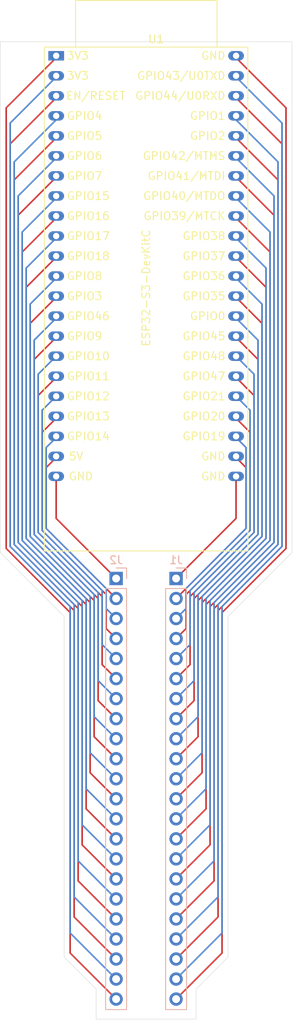
<source format=kicad_pcb>
(kicad_pcb (version 20240108) (generator "pcbnew") (generator_version "8.0")
  (layers (0 "F.Cu" signal) (31 "B.Cu" signal) (34 "B.Paste" user) (35 "F.Paste" user) (36 "B.SilkS" user "B.Silkscreen") (37 "F.SilkS" user "F.Silkscreen") (38 "B.Mask" user) (39 "F.Mask" user) (44 "Edge.Cuts" user))
  (net 0 "")
  (footprint "PCM_Espressif:ESP32-S3-DevKitC" (layer "F.Cu") (at 127.00368 42.92872)
    (property "Reference" "U1" (at 12.7 -2.1 0) (layer "F.SilkS"))
    (property "Value" "ESP32-S3-DevKitC" (at 11.42632 29.46128 90) (layer "F.SilkS"))
    (fp_line (start -1.5 62.79728) (end 24.359999 62.79728) (stroke (width 0.12)) (layer "F.SilkS"))
    (fp_line (start -1.499999 -1.1) (end -1.5 62.79728) (stroke (width 0.12)) (layer "F.SilkS"))
    (fp_line (start 2.46012 -7.01312) (end 20.44332 -7.01312) (stroke (width 0.12)) (layer "F.SilkS"))
    (fp_line (start 2.46012 -1.12032) (end 2.46012 -7.01312) (stroke (width 0.12)) (layer "F.SilkS"))
    (fp_line (start 20.44332 -7.01312) (end 20.44332 -1.12032) (stroke (width 0.12)) (layer "F.SilkS"))
    (fp_line (start 24.359999 62.79728) (end 24.36 -1.1) (stroke (width 0.12)) (layer "F.SilkS"))
    (fp_line (start 24.36 -1.1) (end -1.499999 -1.1) (stroke (width 0.12)) (layer "F.SilkS"))
    (fp_text user "GPIO3" (at 1.27 30.48 0) (layer "F.SilkS") (effects (justify left)))
    (fp_text user "GND" (at 21.59 50.8 0) (layer "F.SilkS") (effects (justify right)))
    (fp_text user "GPIO13" (at 1.27 45.72 0) (layer "F.SilkS") (effects (justify left)))
    (fp_text user "GPIO15" (at 1.27 17.78 0) (layer "F.SilkS") (effects (justify left)))
    (fp_text user "GPIO12" (at 1.27 43.18 0) (layer "F.SilkS") (effects (justify left)))
    (fp_text user "GPIO9" (at 1.27 35.56 0) (layer "F.SilkS") (effects (justify left)))
    (fp_text user "GPIO17" (at 1.27 22.86 0) (layer "F.SilkS") (effects (justify left)))
    (fp_text user "GPIO41/MTDI" (at 21.59 15.24 0) (layer "F.SilkS") (effects (justify right)))
    (fp_text user "GPIO6" (at 1.27 12.7 0) (layer "F.SilkS") (effects (justify left)))
    (fp_text user "GPIO10" (at 1.27 38.1 0) (layer "F.SilkS") (effects (justify left)))
    (fp_text user "GPIO2" (at 21.59 10.16 0) (layer "F.SilkS") (effects (justify right)))
    (fp_text user "3V3" (at 1.27 2.54 0) (layer "F.SilkS") (effects (justify left)))
    (fp_text user "GPIO11" (at 1.27 40.64 0) (layer "F.SilkS") (effects (justify left)))
    (fp_text user "GPIO1" (at 21.59 7.62 0) (layer "F.SilkS") (effects (justify right)))
    (fp_text user "GPIO21" (at 21.59 43.18 0) (layer "F.SilkS") (effects (justify right)))
    (fp_text user "GPIO0" (at 21.59 33.02 0) (layer "F.SilkS") (effects (justify right)))
    (fp_text user "GPIO19" (at 21.59 48.26 0) (layer "F.SilkS") (effects (justify right)))
    (fp_text user "GPIO47" (at 21.59 40.64 0) (layer "F.SilkS") (effects (justify right)))
    (fp_text user "GPIO48" (at 21.59 38.1 0) (layer "F.SilkS") (effects (justify right)))
    (fp_text user "GND" (at 21.59 0 0) (layer "F.SilkS") (effects (justify right)))
    (fp_text user "EN/RESET" (at 8.88632 5.07728 0) (layer "F.SilkS") (effects (justify right)))
    (fp_text user "GPIO39/MTCK" (at 21.59 20.32 0) (layer "F.SilkS") (effects (justify right)))
    (fp_text user "GPIO44/U0RXD" (at 21.59 5.08 0) (layer "F.SilkS") (effects (justify right)))
    (fp_text user "GPIO8" (at 1.27 27.94 0) (layer "F.SilkS") (effects (justify left)))
    (fp_text user "GPIO46" (at 1.27 33.02 0) (layer "F.SilkS") (effects (justify left)))
    (fp_text user "GPIO16" (at 1.27 20.32 0) (layer "F.SilkS") (effects (justify left)))
    (fp_text user "GPIO7" (at 1.27 15.24 0) (layer "F.SilkS") (effects (justify left)))
    (fp_text user "GPIO43/U0TXD" (at 21.59 2.54 0) (layer "F.SilkS") (effects (justify right)))
    (fp_text user "GND" (at 1.52032 53.33728 0) (layer "F.SilkS") (effects (justify left)))
    (fp_text user "GND" (at 21.59 53.34 0) (layer "F.SilkS") (effects (justify right)))
    (fp_text user "GPIO36" (at 21.59 27.94 0) (layer "F.SilkS") (effects (justify right)))
    (fp_text user "GPIO20" (at 21.59 45.72 0) (layer "F.SilkS") (effects (justify right)))
    (fp_text user "GPIO40/MTDO" (at 21.59 17.78 0) (layer "F.SilkS") (effects (justify right)))
    (fp_text user "GPIO45" (at 21.59 35.56 0) (layer "F.SilkS") (effects (justify right)))
    (fp_text user "GPIO4" (at 1.27 7.62 0) (layer "F.SilkS") (effects (justify left)))
    (fp_text user "GPIO42/MTMS" (at 21.59 12.7 0) (layer "F.SilkS") (effects (justify right)))
    (fp_text user "3V3" (at 1.27 0 0) (layer "F.SilkS") (effects (justify left)))
    (fp_text user "GPIO18" (at 1.27 25.4 0) (layer "F.SilkS") (effects (justify left)))
    (fp_text user "GPIO37" (at 21.59 25.4 0) (layer "F.SilkS") (effects (justify right)))
    (fp_text user "GPIO38" (at 21.59 22.86 0) (layer "F.SilkS") (effects (justify right)))
    (fp_text user "5V" (at 1.52032 50.79728 0) (layer "F.SilkS") (effects (justify left)))
    (fp_text user "GPIO14" (at 1.27 48.26 0) (layer "F.SilkS") (effects (justify left)))
    (fp_text user "GPIO35" (at 21.59 30.48 0) (layer "F.SilkS") (effects (justify right)))
    (fp_text user "GPIO5" (at 1.27 10.16 0) (layer "F.SilkS") (effects (justify left)))
    (pad "1" thru_hole rect (at 0 0 270) (size 1.2 2) (drill 0.8) (layers "*.Cu" "*.Mask"))
    (pad "2" thru_hole oval (at 0 2.54 270) (size 1.2 2) (drill 0.8) (layers "*.Cu" "*.Mask"))
    (pad "3" thru_hole oval (at 0 5.08 270) (size 1.2 2) (drill 0.8) (layers "*.Cu" "*.Mask"))
    (pad "4" thru_hole oval (at 0 7.62 270) (size 1.2 2) (drill 0.8) (layers "*.Cu" "*.Mask"))
    (pad "5" thru_hole oval (at 0 10.16 270) (size 1.2 2) (drill 0.8) (layers "*.Cu" "*.Mask"))
    (pad "6" thru_hole oval (at 0 12.7 270) (size 1.2 2) (drill 0.8) (layers "*.Cu" "*.Mask"))
    (pad "7" thru_hole oval (at 0 15.24 270) (size 1.2 2) (drill 0.8) (layers "*.Cu" "*.Mask"))
    (pad "8" thru_hole oval (at 0 17.78 270) (size 1.2 2) (drill 0.8) (layers "*.Cu" "*.Mask"))
    (pad "9" thru_hole oval (at 0 20.32 270) (size 1.2 2) (drill 0.8) (layers "*.Cu" "*.Mask"))
    (pad "10" thru_hole oval (at 0 22.86 270) (size 1.2 2) (drill 0.8) (layers "*.Cu" "*.Mask"))
    (pad "11" thru_hole oval (at 0 25.4 270) (size 1.2 2) (drill 0.8) (layers "*.Cu" "*.Mask"))
    (pad "12" thru_hole oval (at 0 27.94 270) (size 1.2 2) (drill 0.8) (layers "*.Cu" "*.Mask"))
    (pad "13" thru_hole oval (at 0 30.48 270) (size 1.2 2) (drill 0.8) (layers "*.Cu" "*.Mask"))
    (pad "14" thru_hole oval (at 0 33.02 270) (size 1.2 2) (drill 0.8) (layers "*.Cu" "*.Mask"))
    (pad "15" thru_hole oval (at 0 35.56 270) (size 1.2 2) (drill 0.8) (layers "*.Cu" "*.Mask"))
    (pad "16" thru_hole oval (at 0 38.1 270) (size 1.2 2) (drill 0.8) (layers "*.Cu" "*.Mask"))
    (pad "17" thru_hole oval (at 0 40.64 270) (size 1.2 2) (drill 0.8) (layers "*.Cu" "*.Mask"))
    (pad "18" thru_hole oval (at 0 43.18 270) (size 1.2 2) (drill 0.8) (layers "*.Cu" "*.Mask"))
    (pad "19" thru_hole oval (at 0 45.72 270) (size 1.2 2) (drill 0.8) (layers "*.Cu" "*.Mask"))
    (pad "20" thru_hole oval (at -0.00368 48.25728 270) (size 1.2 2) (drill 0.8) (layers "*.Cu" "*.Mask"))
    (pad "21" thru_hole oval (at -0.00368 50.79728 270) (size 1.2 2) (drill 0.8) (layers "*.Cu" "*.Mask"))
    (pad "22" thru_hole oval (at -0.00368 53.33728 270) (size 1.2 2) (drill 0.8) (layers "*.Cu" "*.Mask"))
    (pad "23" thru_hole oval (at 22.86 53.34 270) (size 1.2 2) (drill 0.8) (layers "*.Cu" "*.Mask"))
    (pad "24" thru_hole oval (at 22.86 50.8 270) (size 1.2 2) (drill 0.8) (layers "*.Cu" "*.Mask"))
    (pad "25" thru_hole oval (at 22.86 48.26 270) (size 1.2 2) (drill 0.8) (layers "*.Cu" "*.Mask"))
    (pad "26" thru_hole oval (at 22.86 45.72 270) (size 1.2 2) (drill 0.8) (layers "*.Cu" "*.Mask"))
    (pad "27" thru_hole oval (at 22.86 43.18 270) (size 1.2 2) (drill 0.8) (layers "*.Cu" "*.Mask"))
    (pad "28" thru_hole oval (at 22.86 40.64 270) (size 1.2 2) (drill 0.8) (layers "*.Cu" "*.Mask"))
    (pad "29" thru_hole oval (at 22.86 38.1 270) (size 1.2 2) (drill 0.8) (layers "*.Cu" "*.Mask"))
    (pad "30" thru_hole oval (at 22.86 35.56 270) (size 1.2 2) (drill 0.8) (layers "*.Cu" "*.Mask"))
    (pad "31" thru_hole oval (at 22.86 33.02 270) (size 1.2 2) (drill 0.8) (layers "*.Cu" "*.Mask"))
    (pad "32" thru_hole oval (at 22.86 30.48 270) (size 1.2 2) (drill 0.8) (layers "*.Cu" "*.Mask"))
    (pad "33" thru_hole oval (at 22.86 27.94 270) (size 1.2 2) (drill 0.8) (layers "*.Cu" "*.Mask"))
    (pad "34" thru_hole oval (at 22.86 25.4 270) (size 1.2 2) (drill 0.8) (layers "*.Cu" "*.Mask"))
    (pad "35" thru_hole oval (at 22.86 22.86 270) (size 1.2 2) (drill 0.8) (layers "*.Cu" "*.Mask"))
    (pad "36" thru_hole oval (at 22.86 20.32 270) (size 1.2 2) (drill 0.8) (layers "*.Cu" "*.Mask"))
    (pad "37" thru_hole oval (at 22.86 17.78 270) (size 1.2 2) (drill 0.8) (layers "*.Cu" "*.Mask"))
    (pad "38" thru_hole oval (at 22.86 15.24 270) (size 1.2 2) (drill 0.8) (layers "*.Cu" "*.Mask"))
    (pad "39" thru_hole oval (at 22.86 12.7 270) (size 1.2 2) (drill 0.8) (layers "*.Cu" "*.Mask"))
    (pad "40" thru_hole oval (at 22.86 10.16 270) (size 1.2 2) (drill 0.8) (layers "*.Cu" "*.Mask"))
    (pad "41" thru_hole oval (at 22.86 7.62 270) (size 1.2 2) (drill 0.8) (layers "*.Cu" "*.Mask"))
    (pad "42" thru_hole oval (at 22.86 5.08 270) (size 1.2 2) (drill 0.8) (layers "*.Cu" "*.Mask"))
    (pad "43" thru_hole oval (at 22.86 2.54 270) (size 1.2 2) (drill 0.8) (layers "*.Cu" "*.Mask"))
    (pad "44" thru_hole oval (at 22.86 0 270) (size 1.2 2) (drill 0.8) (layers "*.Cu" "*.Mask"))
  )
  (footprint "Connector_PinHeader_2.54mm:PinHeader_1x22_P2.54mm_Vertical" (layer "B.Cu") (at 142.24 109.22 180)
    (property "Reference" "J1" (at 0 2.33 180) (layer "B.SilkS") (effects (justify mirror)))
    (property "Value" "PinHeader_1x22_P2.54mm_Vertical")
    (fp_line (start 1.33 -1.27) (end -1.33 -1.27) (stroke (width 0.12)) (layer "B.SilkS"))
    (fp_line (start 1.33 -54.67) (end 1.33 -1.27) (stroke (width 0.12)) (layer "B.SilkS"))
    (fp_line (start 1.33 -54.67) (end -1.33 -54.67) (stroke (width 0.12)) (layer "B.SilkS"))
    (fp_line (start 0 1.33) (end -1.33 1.33) (stroke (width 0.12)) (layer "B.SilkS"))
    (fp_line (start -1.33 1.33) (end -1.33 0) (stroke (width 0.12)) (layer "B.SilkS"))
    (fp_line (start -1.33 -54.67) (end -1.33 -1.27) (stroke (width 0.12)) (layer "B.SilkS"))
    (pad "1" thru_hole rect (at 0 0 180) (size 1.7 1.7) (drill 1) (layers "*.Cu" "*.Mask"))
    (pad "2" thru_hole oval (at 0 -2.54 180) (size 1.7 1.7) (drill 1) (layers "*.Cu" "*.Mask"))
    (pad "3" thru_hole oval (at 0 -5.08 180) (size 1.7 1.7) (drill 1) (layers "*.Cu" "*.Mask"))
    (pad "4" thru_hole oval (at 0 -7.62 180) (size 1.7 1.7) (drill 1) (layers "*.Cu" "*.Mask"))
    (pad "5" thru_hole oval (at 0 -10.16 180) (size 1.7 1.7) (drill 1) (layers "*.Cu" "*.Mask"))
    (pad "6" thru_hole oval (at 0 -12.7 180) (size 1.7 1.7) (drill 1) (layers "*.Cu" "*.Mask"))
    (pad "7" thru_hole oval (at 0 -15.24 180) (size 1.7 1.7) (drill 1) (layers "*.Cu" "*.Mask"))
    (pad "8" thru_hole oval (at 0 -17.78 180) (size 1.7 1.7) (drill 1) (layers "*.Cu" "*.Mask"))
    (pad "9" thru_hole oval (at 0 -20.32 180) (size 1.7 1.7) (drill 1) (layers "*.Cu" "*.Mask"))
    (pad "10" thru_hole oval (at 0 -22.86 180) (size 1.7 1.7) (drill 1) (layers "*.Cu" "*.Mask"))
    (pad "11" thru_hole oval (at 0 -25.4 180) (size 1.7 1.7) (drill 1) (layers "*.Cu" "*.Mask"))
    (pad "12" thru_hole oval (at 0 -27.94 180) (size 1.7 1.7) (drill 1) (layers "*.Cu" "*.Mask"))
    (pad "13" thru_hole oval (at 0 -30.48 180) (size 1.7 1.7) (drill 1) (layers "*.Cu" "*.Mask"))
    (pad "14" thru_hole oval (at 0 -33.02 180) (size 1.7 1.7) (drill 1) (layers "*.Cu" "*.Mask"))
    (pad "15" thru_hole oval (at 0 -35.56 180) (size 1.7 1.7) (drill 1) (layers "*.Cu" "*.Mask"))
    (pad "16" thru_hole oval (at 0 -38.1 180) (size 1.7 1.7) (drill 1) (layers "*.Cu" "*.Mask"))
    (pad "17" thru_hole oval (at 0 -40.64 180) (size 1.7 1.7) (drill 1) (layers "*.Cu" "*.Mask"))
    (pad "18" thru_hole oval (at 0 -43.18 180) (size 1.7 1.7) (drill 1) (layers "*.Cu" "*.Mask"))
    (pad "19" thru_hole oval (at 0 -45.72 180) (size 1.7 1.7) (drill 1) (layers "*.Cu" "*.Mask"))
    (pad "20" thru_hole oval (at 0 -48.26 180) (size 1.7 1.7) (drill 1) (layers "*.Cu" "*.Mask"))
    (pad "21" thru_hole oval (at 0 -50.8 180) (size 1.7 1.7) (drill 1) (layers "*.Cu" "*.Mask"))
    (pad "22" thru_hole oval (at 0 -53.34 180) (size 1.7 1.7) (drill 1) (layers "*.Cu" "*.Mask"))
  )
  (footprint "Connector_PinHeader_2.54mm:PinHeader_1x22_P2.54mm_Vertical" (layer "B.Cu") (at 134.62 109.22 180)
    (property "Reference" "J2" (at 0 2.33 180) (layer "B.SilkS") (effects (justify mirror)))
    (property "Value" "PinHeader_1x22_P2.54mm_Vertical")
    (fp_line (start 1.33 -1.27) (end -1.33 -1.27) (stroke (width 0.12)) (layer "B.SilkS"))
    (fp_line (start 1.33 -54.67) (end 1.33 -1.27) (stroke (width 0.12)) (layer "B.SilkS"))
    (fp_line (start 1.33 -54.67) (end -1.33 -54.67) (stroke (width 0.12)) (layer "B.SilkS"))
    (fp_line (start 0 1.33) (end -1.33 1.33) (stroke (width 0.12)) (layer "B.SilkS"))
    (fp_line (start -1.33 1.33) (end -1.33 0) (stroke (width 0.12)) (layer "B.SilkS"))
    (fp_line (start -1.33 -54.67) (end -1.33 -1.27) (stroke (width 0.12)) (layer "B.SilkS"))
    (pad "1" thru_hole rect (at 0 0 180) (size 1.7 1.7) (drill 1) (layers "*.Cu" "*.Mask"))
    (pad "2" thru_hole oval (at 0 -2.54 180) (size 1.7 1.7) (drill 1) (layers "*.Cu" "*.Mask"))
    (pad "3" thru_hole oval (at 0 -5.08 180) (size 1.7 1.7) (drill 1) (layers "*.Cu" "*.Mask"))
    (pad "4" thru_hole oval (at 0 -7.62 180) (size 1.7 1.7) (drill 1) (layers "*.Cu" "*.Mask"))
    (pad "5" thru_hole oval (at 0 -10.16 180) (size 1.7 1.7) (drill 1) (layers "*.Cu" "*.Mask"))
    (pad "6" thru_hole oval (at 0 -12.7 180) (size 1.7 1.7) (drill 1) (layers "*.Cu" "*.Mask"))
    (pad "7" thru_hole oval (at 0 -15.24 180) (size 1.7 1.7) (drill 1) (layers "*.Cu" "*.Mask"))
    (pad "8" thru_hole oval (at 0 -17.78 180) (size 1.7 1.7) (drill 1) (layers "*.Cu" "*.Mask"))
    (pad "9" thru_hole oval (at 0 -20.32 180) (size 1.7 1.7) (drill 1) (layers "*.Cu" "*.Mask"))
    (pad "10" thru_hole oval (at 0 -22.86 180) (size 1.7 1.7) (drill 1) (layers "*.Cu" "*.Mask"))
    (pad "11" thru_hole oval (at 0 -25.4 180) (size 1.7 1.7) (drill 1) (layers "*.Cu" "*.Mask"))
    (pad "12" thru_hole oval (at 0 -27.94 180) (size 1.7 1.7) (drill 1) (layers "*.Cu" "*.Mask"))
    (pad "13" thru_hole oval (at 0 -30.48 180) (size 1.7 1.7) (drill 1) (layers "*.Cu" "*.Mask"))
    (pad "14" thru_hole oval (at 0 -33.02 180) (size 1.7 1.7) (drill 1) (layers "*.Cu" "*.Mask"))
    (pad "15" thru_hole oval (at 0 -35.56 180) (size 1.7 1.7) (drill 1) (layers "*.Cu" "*.Mask"))
    (pad "16" thru_hole oval (at 0 -38.1 180) (size 1.7 1.7) (drill 1) (layers "*.Cu" "*.Mask"))
    (pad "17" thru_hole oval (at 0 -40.64 180) (size 1.7 1.7) (drill 1) (layers "*.Cu" "*.Mask"))
    (pad "18" thru_hole oval (at 0 -43.18 180) (size 1.7 1.7) (drill 1) (layers "*.Cu" "*.Mask"))
    (pad "19" thru_hole oval (at 0 -45.72 180) (size 1.7 1.7) (drill 1) (layers "*.Cu" "*.Mask"))
    (pad "20" thru_hole oval (at 0 -48.26 180) (size 1.7 1.7) (drill 1) (layers "*.Cu" "*.Mask"))
    (pad "21" thru_hole oval (at 0 -50.8 180) (size 1.7 1.7) (drill 1) (layers "*.Cu" "*.Mask"))
    (pad "22" thru_hole oval (at 0 -53.34 180) (size 1.7 1.7) (drill 1) (layers "*.Cu" "*.Mask"))
  )
  (gr_line (start 128.016 157.226) (end 132.08 161.29) (stroke (width 0.05)) (layer "Edge.Cuts"))
  (gr_line (start 119.888 105.918) (end 128.016 114.046) (stroke (width 0.05)) (layer "Edge.Cuts"))
  (gr_line (start 144.78 161.29) (end 148.844 157.226) (stroke (width 0.05)) (layer "Edge.Cuts"))
  (gr_line (start 132.08 165.1) (end 144.78 165.1) (stroke (width 0.05)) (layer "Edge.Cuts"))
  (gr_line (start 156.972 41.148) (end 119.888 41.148) (stroke (width 0.05)) (layer "Edge.Cuts"))
  (gr_line (start 128.016 114.046) (end 128.016 157.226) (stroke (width 0.05)) (layer "Edge.Cuts"))
  (gr_line (start 144.78 165.1) (end 144.78 161.29) (stroke (width 0.05)) (layer "Edge.Cuts"))
  (gr_line (start 132.08 161.29) (end 132.08 165.1) (stroke (width 0.05)) (layer "Edge.Cuts"))
  (gr_line (start 156.972 105.918) (end 156.972 41.148) (stroke (width 0.05)) (layer "Edge.Cuts"))
  (gr_line (start 148.844 114.046) (end 156.972 105.918) (stroke (width 0.05)) (layer "Edge.Cuts"))
  (gr_line (start 119.888 41.148) (end 119.888 105.918) (stroke (width 0.05)) (layer "Edge.Cuts"))
  (gr_line (start 148.844 157.226) (end 148.844 114.046) (stroke (width 0.05)) (layer "Edge.Cuts"))
  (segment (start 144.526 124.714) (end 142.24 127) (width 0.2) (layer "F.Cu") (net 0))
  (segment (start 128.778 113.538) (end 128.778 156.718) (width 0.2) (layer "F.Cu") (net 0))
  (segment (start 153.162 103.886) (end 153.162 76.86616) (width 0.2) (layer "F.Cu") (net 0))
  (segment (start 149.86 93.88416) (end 151.13 95.15416) (width 0.2) (layer "F.Cu") (net 0))
  (segment (start 125.73 95.15416) (end 125.73 102.87) (width 0.2) (layer "F.Cu") (net 0))
  (segment (start 145.542 133.858) (end 145.542 112.268) (width 0.2) (layer "F.Cu") (net 0))
  (segment (start 146.05 112.522) (end 146.05 138.43) (width 0.2) (layer "F.Cu") (net 0))
  (segment (start 144.526 111.76) (end 144.526 124.714) (width 0.2) (layer "F.Cu") (net 0))
  (segment (start 121.158 105.156) (end 129.286 113.284) (width 0.2) (layer "F.Cu") (net 0))
  (segment (start 149.86368 48.16688) (end 149.86368 48.26368) (width 0.2) (layer "F.Cu") (net 0))
  (segment (start 123.698 76.86616) (end 127 73.56416) (width 0.2) (layer "F.Cu") (net 0))
  (segment (start 129.794 147.574) (end 134.62 152.4) (width 0.2) (layer "F.Cu") (net 0))
  (segment (start 127 93.88416) (end 125.73 95.15416) (width 0.2) (layer "F.Cu") (net 0))
  (segment (start 149.86 101.6) (end 142.24 109.22) (width 0.2) (layer "F.Cu") (net 0))
  (segment (start 149.86368 48.26368) (end 155.702 54.102) (width 0.2) (layer "F.Cu") (net 0))
  (segment (start 153.67 104.14) (end 153.67 72.29416) (width 0.2) (layer "F.Cu") (net 0))
  (segment (start 130.302 143.002) (end 134.62 147.32) (width 0.2) (layer "F.Cu") (net 0))
  (segment (start 149.86 78.64416) (end 152.654 81.43816) (width 0.2) (layer "F.Cu") (net 0))
  (segment (start 144.018 111.506) (end 144.018 120.142) (width 0.2) (layer "F.Cu") (net 0))
  (segment (start 133.35 111.252) (end 133.35 115.57) (width 0.2) (layer "F.Cu") (net 0))
  (segment (start 156.21 105.41) (end 148.082 113.538) (width 0.2) (layer "F.Cu") (net 0))
  (segment (start 122.174 104.648) (end 130.302 112.776) (width 0.2) (layer "F.Cu") (net 0))
  (segment (start 146.558 112.776) (end 146.558 143.002) (width 0.2) (layer "F.Cu") (net 0))
  (segment (start 127 78.64416) (end 124.206 81.43816) (width 0.2) (layer "F.Cu") (net 0))
  (segment (start 152.654 103.632) (end 144.526 111.76) (width 0.2) (layer "F.Cu") (net 0))
  (segment (start 127 88.80416) (end 127 88.9) (width 0.2) (layer "F.Cu") (net 0))
  (segment (start 121.666 104.902) (end 129.794 113.03) (width 0.2) (layer "F.Cu") (net 0))
  (segment (start 149.86368 43.18368) (end 156.21 49.53) (width 0.2) (layer "F.Cu") (net 0))
  (segment (start 151.638 103.124) (end 143.51 111.252) (width 0.2) (layer "F.Cu") (net 0))
  (segment (start 155.194 104.902) (end 147.066 113.03) (width 0.2) (layer "F.Cu") (net 0))
  (segment (start 131.826 129.286) (end 131.826 112.014) (width 0.2) (layer "F.Cu") (net 0))
  (segment (start 147.574 113.284) (end 147.574 152.146) (width 0.2) (layer "F.Cu") (net 0))
  (segment (start 120.65 105.41) (end 128.778 113.538) (width 0.2) (layer "F.Cu") (net 0))
  (segment (start 148.082 156.718) (end 142.24 162.56) (width 0.2) (layer "F.Cu") (net 0))
  (segment (start 125.222 103.124) (end 133.35 111.252) (width 0.2) (layer "F.Cu") (net 0))
  (segment (start 154.178 104.394) (end 146.05 112.522) (width 0.2) (layer "F.Cu") (net 0))
  (segment (start 148.082 113.538) (end 148.082 156.718) (width 0.2) (layer "F.Cu") (net 0))
  (segment (start 134.62 137.16) (end 131.318 133.858) (width 0.2) (layer "F.Cu") (net 0))
  (segment (start 152.146 103.378) (end 144.018 111.506) (width 0.2) (layer "F.Cu") (net 0))
  (segment (start 154.178 67.818) (end 154.178 104.394) (width 0.2) (layer "F.Cu") (net 0))
  (segment (start 124.714 103.378) (end 132.842 111.506) (width 0.2) (layer "F.Cu") (net 0))
  (segment (start 127 88.9) (end 125.222 90.678) (width 0.2) (layer "F.Cu") (net 0))
  (segment (start 124.714 86.01016) (end 124.714 103.378) (width 0.2) (layer "F.Cu") (net 0))
  (segment (start 127 101.6) (end 134.62 109.22) (width 0.2) (layer "F.Cu") (net 0))
  (segment (start 149.86 58.32416) (end 154.686 63.15016) (width 0.2) (layer "F.Cu") (net 0))
  (segment (start 156.21 49.53) (end 156.21 105.41) (width 0.2) (layer "F.Cu") (net 0))
  (segment (start 127 53.24416) (end 127 53.34) (width 0.2) (layer "F.Cu") (net 0))
  (segment (start 129.794 113.03) (end 129.794 147.574) (width 0.2) (layer "F.Cu") (net 0))
  (segment (start 145.034 129.286) (end 145.034 112.014) (width 0.2) (layer "F.Cu") (net 0))
  (segment (start 151.13 102.87) (end 142.24 111.76) (width 0.2) (layer "F.Cu") (net 0))
  (segment (start 153.67 72.29416) (end 149.86 68.48416) (width 0.2) (layer "F.Cu") (net 0))
  (segment (start 121.666 58.674) (end 121.666 104.902) (width 0.2) (layer "F.Cu") (net 0))
  (segment (start 129.286 113.284) (end 129.286 152.146) (width 0.2) (layer "F.Cu") (net 0))
  (segment (start 149.86 88.9) (end 151.638 90.678) (width 0.2) (layer "F.Cu") (net 0))
  (segment (start 155.702 105.156) (end 147.574 113.284) (width 0.2) (layer "F.Cu") (net 0))
  (segment (start 126.99632 48.26368) (end 121.158 54.102) (width 0.2) (layer "F.Cu") (net 0))
  (segment (start 126.99632 43.08688) (end 126.99632 43.18368) (width 0.2) (layer "F.Cu") (net 0))
  (segment (start 125.73 102.87) (end 134.62 111.76) (width 0.2) (layer "F.Cu") (net 0))
  (segment (start 142.24 137.16) (end 145.542 133.858) (width 0.2) (layer "F.Cu") (net 0))
  (segment (start 146.05 138.43) (end 142.24 142.24) (width 0.2) (layer "F.Cu") (net 0))
  (segment (start 120.65 49.53) (end 120.65 105.41) (width 0.2) (layer "F.Cu") (net 0))
  (segment (start 132.334 111.76) (end 132.334 124.714) (width 0.2) (layer "F.Cu") (net 0))
  (segment (start 131.318 112.268) (end 123.19 104.14) (width 0.2) (layer "F.Cu") (net 0))
  (segment (start 147.574 152.146) (end 142.24 157.48) (width 0.2) (layer "F.Cu") (net 0))
  (segment (start 128.778 156.718) (end 134.62 162.56) (width 0.2) (layer "F.Cu") (net 0))
  (segment (start 127 96.42416) (end 127 101.6) (width 0.2) (layer "F.Cu") (net 0))
  (segment (start 123.698 103.886) (end 123.698 76.86616) (width 0.2) (layer "F.Cu") (net 0))
  (segment (start 144.018 120.142) (end 142.24 121.92) (width 0.2) (layer "F.Cu") (net 0))
  (segment (start 126.99632 48.16688) (end 126.99632 48.26368) (width 0.2) (layer "F.Cu") (net 0))
  (segment (start 127 58.32416) (end 122.174 63.15016) (width 0.2) (layer "F.Cu") (net 0))
  (segment (start 155.702 54.102) (end 155.702 105.156) (width 0.2) (layer "F.Cu") (net 0))
  (segment (start 130.81 112.522) (end 130.81 138.43) (width 0.2) (layer "F.Cu") (net 0))
  (segment (start 127 63.40416) (end 127 63.5) (width 0.2) (layer "F.Cu") (net 0))
  (segment (start 149.86 88.80416) (end 149.86 88.9) (width 0.2) (layer "F.Cu") (net 0))
  (segment (start 152.146 86.01016) (end 152.146 103.378) (width 0.2) (layer "F.Cu") (net 0))
  (segment (start 130.302 112.776) (end 130.302 143.002) (width 0.2) (layer "F.Cu") (net 0))
  (segment (start 129.286 152.146) (end 134.62 157.48) (width 0.2) (layer "F.Cu") (net 0))
  (segment (start 154.686 63.15016) (end 154.686 104.648) (width 0.2) (layer "F.Cu") (net 0))
  (segment (start 154.686 104.648) (end 146.558 112.776) (width 0.2) (layer "F.Cu") (net 0))
  (segment (start 143.51 111.252) (end 143.51 115.57) (width 0.2) (layer "F.Cu") (net 0))
  (segment (start 147.066 147.574) (end 142.24 152.4) (width 0.2) (layer "F.Cu") (net 0))
  (segment (start 125.222 90.678) (end 125.222 103.124) (width 0.2) (layer "F.Cu") (net 0))
  (segment (start 149.86368 43.08688) (end 149.86368 43.18368) (width 0.2) (layer "F.Cu") (net 0))
  (segment (start 124.206 81.43816) (end 124.206 103.632) (width 0.2) (layer "F.Cu") (net 0))
  (segment (start 149.86 63.40416) (end 149.86 63.5) (width 0.2) (layer "F.Cu") (net 0))
  (segment (start 145.034 112.014) (end 153.162 103.886) (width 0.2) (layer "F.Cu") (net 0))
  (segment (start 149.86 96.42416) (end 149.86 101.6) (width 0.2) (layer "F.Cu") (net 0))
  (segment (start 155.194 58.674) (end 155.194 104.902) (width 0.2) (layer "F.Cu") (net 0))
  (segment (start 121.158 54.102) (end 121.158 105.156) (width 0.2) (layer "F.Cu") (net 0))
  (segment (start 124.206 103.632) (end 132.334 111.76) (width 0.2) (layer "F.Cu") (net 0))
  (segment (start 132.334 124.714) (end 134.62 127) (width 0.2) (layer "F.Cu") (net 0))
  (segment (start 131.318 133.858) (end 131.318 112.268) (width 0.2) (layer "F.Cu") (net 0))
  (segment (start 151.13 95.15416) (end 151.13 102.87) (width 0.2) (layer "F.Cu") (net 0))
  (segment (start 149.86 53.34) (end 155.194 58.674) (width 0.2) (layer "F.Cu") (net 0))
  (segment (start 132.842 120.142) (end 134.62 121.92) (width 0.2) (layer "F.Cu") (net 0))
  (segment (start 133.35 115.57) (end 134.62 116.84) (width 0.2) (layer "F.Cu") (net 0))
  (segment (start 122.682 104.394) (end 130.81 112.522) (width 0.2) (layer "F.Cu") (net 0))
  (segment (start 146.558 143.002) (end 142.24 147.32) (width 0.2) (layer "F.Cu") (net 0))
  (segment (start 130.81 138.43) (end 134.62 142.24) (width 0.2) (layer "F.Cu") (net 0))
  (segment (start 147.066 113.03) (end 147.066 147.574) (width 0.2) (layer "F.Cu") (net 0))
  (segment (start 122.682 67.818) (end 122.682 104.394) (width 0.2) (layer "F.Cu") (net 0))
  (segment (start 151.638 90.678) (end 151.638 103.124) (width 0.2) (layer "F.Cu") (net 0))
  (segment (start 149.86 53.24416) (end 149.86 53.34) (width 0.2) (layer "F.Cu") (net 0))
  (segment (start 123.19 104.14) (end 123.19 72.29416) (width 0.2) (layer "F.Cu") (net 0))
  (segment (start 134.62 132.08) (end 131.826 129.286) (width 0.2) (layer "F.Cu") (net 0))
  (segment (start 131.826 112.014) (end 123.698 103.886) (width 0.2) (layer "F.Cu") (net 0))
  (segment (start 123.19 72.29416) (end 127 68.48416) (width 0.2) (layer "F.Cu") (net 0))
  (segment (start 153.162 76.86616) (end 149.86 73.56416) (width 0.2) (layer "F.Cu") (net 0))
  (segment (start 143.51 115.57) (end 142.24 116.84) (width 0.2) (layer "F.Cu") (net 0))
  (segment (start 127 83.72416) (end 124.714 86.01016) (width 0.2) (layer "F.Cu") (net 0))
  (segment (start 149.86 83.72416) (end 152.146 86.01016) (width 0.2) (layer "F.Cu") (net 0))
  (segment (start 126.99632 43.18368) (end 120.65 49.53) (width 0.2) (layer "F.Cu") (net 0))
  (segment (start 142.24 132.08) (end 145.034 129.286) (width 0.2) (layer "F.Cu") (net 0))
  (segment (start 145.542 112.268) (end 153.67 104.14) (width 0.2) (layer "F.Cu") (net 0))
  (segment (start 127 53.34) (end 121.666 58.674) (width 0.2) (layer "F.Cu") (net 0))
  (segment (start 132.842 111.506) (end 132.842 120.142) (width 0.2) (layer "F.Cu") (net 0))
  (segment (start 122.174 63.15016) (end 122.174 104.648) (width 0.2) (layer "F.Cu") (net 0))
  (segment (start 149.86 63.5) (end 154.178 67.818) (width 0.2) (layer "F.Cu") (net 0))
  (segment (start 127 63.5) (end 122.682 67.818) (width 0.2) (layer "F.Cu") (net 0))
  (segment (start 152.654 81.43816) (end 152.654 103.632) (width 0.2) (layer "F.Cu") (net 0))
  (segment (start 142.24 124.46) (end 144.526 122.174) (width 0.2) (layer "B.Cu") (net 0))
  (segment (start 134.62 144.78) (end 130.302 140.462) (width 0.2) (layer "B.Cu") (net 0))
  (segment (start 131.318 111.506) (end 131.318 131.318) (width 0.2) (layer "B.Cu") (net 0))
  (segment (start 134.62 129.54) (end 131.826 126.746) (width 0.2) (layer "B.Cu") (net 0))
  (segment (start 153.162 74.422) (end 153.162 103.886) (width 0.2) (layer "B.Cu") (net 0))
  (segment (start 155.194 56.388) (end 149.86 51.054) (width 0.2) (layer "B.Cu") (net 0))
  (segment (start 142.24 144.78) (end 146.558 140.462) (width 0.2) (layer "B.Cu") (net 0))
  (segment (start 149.86 91.34416) (end 151.13 92.61416) (width 0.2) (layer "B.Cu") (net 0))
  (segment (start 126.84184 81.18416) (end 127 81.18416) (width 0.2) (layer "B.Cu") (net 0))
  (segment (start 134.62 149.86) (end 129.794 145.034) (width 0.2) (layer "B.Cu") (net 0))
  (segment (start 152.146 83.312) (end 150.01816 81.18416) (width 0.2) (layer "B.Cu") (net 0))
  (segment (start 155.194 104.902) (end 155.194 56.388) (width 0.2) (layer "B.Cu") (net 0))
  (segment (start 129.794 112.268) (end 122.174 104.648) (width 0.2) (layer "B.Cu") (net 0))
  (segment (start 155.702 105.156) (end 155.702 51.4652) (width 0.2) (layer "B.Cu") (net 0))
  (segment (start 123.698 74.422) (end 123.698 103.886) (width 0.2) (layer "B.Cu") (net 0))
  (segment (start 134.62 139.7) (end 130.81 135.89) (width 0.2) (layer "B.Cu") (net 0))
  (segment (start 127 51.054) (end 127 50.70416) (width 0.2) (layer "B.Cu") (net 0))
  (segment (start 146.05 111.76) (end 153.67 104.14) (width 0.2) (layer "B.Cu") (net 0))
  (segment (start 144.018 117.602) (end 144.018 110.744) (width 0.2) (layer "B.Cu") (net 0))
  (segment (start 130.302 140.462) (end 130.302 112.014) (width 0.2) (layer "B.Cu") (net 0))
  (segment (start 142.24 119.38) (end 144.018 117.602) (width 0.2) (layer "B.Cu") (net 0))
  (segment (start 127 55.88) (end 127 55.78416) (width 0.2) (layer "B.Cu") (net 0))
  (segment (start 134.62 124.46) (end 132.334 122.174) (width 0.2) (layer "B.Cu") (net 0))
  (segment (start 152.146 103.378) (end 152.146 83.312) (width 0.2) (layer "B.Cu") (net 0))
  (segment (start 152.654 103.632) (end 152.654 78.994) (width 0.2) (layer "B.Cu") (net 0))
  (segment (start 147.066 145.034) (end 147.066 112.268) (width 0.2) (layer "B.Cu") (net 0))
  (segment (start 127 65.94416) (end 127 66.04) (width 0.2) (layer "B.Cu") (net 0))
  (segment (start 149.86 66.04) (end 153.67 69.85) (width 0.2) (layer "B.Cu") (net 0))
  (segment (start 147.574 149.606) (end 147.574 112.522) (width 0.2) (layer "B.Cu") (net 0))
  (segment (start 149.86 71.02416) (end 149.86 71.12) (width 0.2) (layer "B.Cu") (net 0))
  (segment (start 149.86 51.054) (end 149.86 50.70416) (width 0.2) (layer "B.Cu") (net 0))
  (segment (start 130.302 112.014) (end 122.682 104.394) (width 0.2) (layer "B.Cu") (net 0))
  (segment (start 148.082 154.178) (end 148.082 112.776) (width 0.2) (layer "B.Cu") (net 0))
  (segment (start 142.24 149.86) (end 147.066 145.034) (width 0.2) (layer "B.Cu") (net 0))
  (segment (start 153.67 104.14) (end 153.67 69.85) (width 0.2) (layer "B.Cu") (net 0))
  (segment (start 151.13 102.87) (end 143.51 110.49) (width 0.2) (layer "B.Cu") (net 0))
  (segment (start 121.666 104.902) (end 121.666 56.388) (width 0.2) (layer "B.Cu") (net 0))
  (segment (start 129.286 112.522) (end 121.666 104.902) (width 0.2) (layer "B.Cu") (net 0))
  (segment (start 122.174 104.648) (end 122.174 60.706) (width 0.2) (layer "B.Cu") (net 0))
  (segment (start 130.81 135.89) (end 130.81 111.76) (width 0.2) (layer "B.Cu") (net 0))
  (segment (start 131.826 126.746) (end 131.826 111.252) (width 0.2) (layer "B.Cu") (net 0))
  (segment (start 125.222 103.124) (end 125.222 87.884) (width 0.2) (layer "B.Cu") (net 0))
  (segment (start 127 71.02416) (end 127 71.12) (width 0.2) (layer "B.Cu") (net 0))
  (segment (start 129.794 145.034) (end 129.794 112.268) (width 0.2) (layer "B.Cu") (net 0))
  (segment (start 153.162 103.886) (end 145.542 111.506) (width 0.2) (layer "B.Cu") (net 0))
  (segment (start 125.73 92.61416) (end 125.73 102.87) (width 0.2) (layer "B.Cu") (net 0))
  (segment (start 144.018 110.744) (end 151.638 103.124) (width 0.2) (layer "B.Cu") (net 0))
  (segment (start 144.526 110.998) (end 152.146 103.378) (width 0.2) (layer "B.Cu") (net 0))
  (segment (start 147.066 112.268) (end 154.686 104.648) (width 0.2) (layer "B.Cu") (net 0))
  (segment (start 122.682 65.278) (end 127 60.96) (width 0.2) (layer "B.Cu") (net 0))
  (segment (start 142.24 160.02) (end 148.082 154.178) (width 0.2) (layer "B.Cu") (net 0))
  (segment (start 127 91.34416) (end 125.73 92.61416) (width 0.2) (layer "B.Cu") (net 0))
  (segment (start 150.01816 86.26416) (end 149.86 86.26416) (width 0.2) (layer "B.Cu") (net 0))
  (segment (start 124.206 103.632) (end 124.206 78.994) (width 0.2) (layer "B.Cu") (net 0))
  (segment (start 132.842 110.744) (end 125.222 103.124) (width 0.2) (layer "B.Cu") (net 0))
  (segment (start 149.86 60.96) (end 149.86 60.86416) (width 0.2) (layer "B.Cu") (net 0))
  (segment (start 121.158 105.156) (end 121.158 51.4652) (width 0.2) (layer "B.Cu") (net 0))
  (segment (start 154.178 65.278) (end 149.86 60.96) (width 0.2) (layer "B.Cu") (net 0))
  (segment (start 128.778 112.776) (end 121.158 105.156) (width 0.2) (layer "B.Cu") (net 0))
  (segment (start 149.86 71.12) (end 153.162 74.422) (width 0.2) (layer "B.Cu") (net 0))
  (segment (start 131.318 131.318) (end 134.62 134.62) (width 0.2) (layer "B.Cu") (net 0))
  (segment (start 143.51 110.49) (end 143.51 113.03) (width 0.2) (layer "B.Cu") (net 0))
  (segment (start 127 60.96) (end 127 60.86416) (width 0.2) (layer "B.Cu") (net 0))
  (segment (start 155.702 51.4652) (end 149.86368 45.62688) (width 0.2) (layer "B.Cu") (net 0))
  (segment (start 121.666 56.388) (end 127 51.054) (width 0.2) (layer "B.Cu") (net 0))
  (segment (start 122.174 60.706) (end 127 55.88) (width 0.2) (layer "B.Cu") (net 0))
  (segment (start 149.86 55.88) (end 149.86 55.78416) (width 0.2) (layer "B.Cu") (net 0))
  (segment (start 121.158 51.4652) (end 126.99632 45.62688) (width 0.2) (layer "B.Cu") (net 0))
  (segment (start 125.73 102.87) (end 133.35 110.49) (width 0.2) (layer "B.Cu") (net 0))
  (segment (start 145.034 111.252) (end 152.654 103.632) (width 0.2) (layer "B.Cu") (net 0))
  (segment (start 127 66.04) (end 123.19 69.85) (width 0.2) (layer "B.Cu") (net 0))
  (segment (start 122.682 104.394) (end 122.682 65.278) (width 0.2) (layer "B.Cu") (net 0))
  (segment (start 124.714 103.378) (end 124.714 83.312) (width 0.2) (layer "B.Cu") (net 0))
  (segment (start 124.206 78.994) (end 127 76.2) (width 0.2) (layer "B.Cu") (net 0))
  (segment (start 129.286 149.606) (end 129.286 112.522) (width 0.2) (layer "B.Cu") (net 0))
  (segment (start 142.24 154.94) (end 147.574 149.606) (width 0.2) (layer "B.Cu") (net 0))
  (segment (start 154.686 60.706) (end 149.86 55.88) (width 0.2) (layer "B.Cu") (net 0))
  (segment (start 146.05 135.89) (end 146.05 111.76) (width 0.2) (layer "B.Cu") (net 0))
  (segment (start 146.558 140.462) (end 146.558 112.014) (width 0.2) (layer "B.Cu") (net 0))
  (segment (start 132.334 110.998) (end 124.714 103.378) (width 0.2) (layer "B.Cu") (net 0))
  (segment (start 123.698 103.886) (end 131.318 111.506) (width 0.2) (layer "B.Cu") (net 0))
  (segment (start 126.84184 86.26416) (end 127 86.26416) (width 0.2) (layer "B.Cu") (net 0))
  (segment (start 145.542 131.318) (end 142.24 134.62) (width 0.2) (layer "B.Cu") (net 0))
  (segment (start 154.686 104.648) (end 154.686 60.706) (width 0.2) (layer "B.Cu") (net 0))
  (segment (start 147.574 112.522) (end 155.194 104.902) (width 0.2) (layer "B.Cu") (net 0))
  (segment (start 150.01816 81.18416) (end 149.86 81.18416) (width 0.2) (layer "B.Cu") (net 0))
  (segment (start 146.558 112.014) (end 154.178 104.394) (width 0.2) (layer "B.Cu") (net 0))
  (segment (start 142.24 139.7) (end 146.05 135.89) (width 0.2) (layer "B.Cu") (net 0))
  (segment (start 133.35 113.03) (end 134.62 114.3) (width 0.2) (layer "B.Cu") (net 0))
  (segment (start 145.542 111.506) (end 145.542 131.318) (width 0.2) (layer "B.Cu") (net 0))
  (segment (start 125.222 87.884) (end 126.84184 86.26416) (width 0.2) (layer "B.Cu") (net 0))
  (segment (start 154.178 104.394) (end 154.178 65.278) (width 0.2) (layer "B.Cu") (net 0))
  (segment (start 142.24 129.54) (end 145.034 126.746) (width 0.2) (layer "B.Cu") (net 0))
  (segment (start 130.81 111.76) (end 123.19 104.14) (width 0.2) (layer "B.Cu") (net 0))
  (segment (start 131.826 111.252) (end 124.206 103.632) (width 0.2) (layer "B.Cu") (net 0))
  (segment (start 152.654 78.994) (end 149.86 76.2) (width 0.2) (layer "B.Cu") (net 0))
  (segment (start 134.62 119.38) (end 132.842 117.602) (width 0.2) (layer "B.Cu") (net 0))
  (segment (start 127 71.12) (end 123.698 74.422) (width 0.2) (layer "B.Cu") (net 0))
  (segment (start 151.13 92.61416) (end 151.13 102.87) (width 0.2) (layer "B.Cu") (net 0))
  (segment (start 144.526 122.174) (end 144.526 110.998) (width 0.2) (layer "B.Cu") (net 0))
  (segment (start 143.51 113.03) (end 142.24 114.3) (width 0.2) (layer "B.Cu") (net 0))
  (segment (start 149.86 76.2) (end 149.86 76.10416) (width 0.2) (layer "B.Cu") (net 0))
  (segment (start 123.19 104.14) (end 123.19 69.85) (width 0.2) (layer "B.Cu") (net 0))
  (segment (start 134.62 160.02) (end 128.778 154.178) (width 0.2) (layer "B.Cu") (net 0))
  (segment (start 132.334 122.174) (end 132.334 110.998) (width 0.2) (layer "B.Cu") (net 0))
  (segment (start 124.714 83.312) (end 126.84184 81.18416) (width 0.2) (layer "B.Cu") (net 0))
  (segment (start 128.778 154.178) (end 128.778 112.776) (width 0.2) (layer "B.Cu") (net 0))
  (segment (start 127 76.2) (end 127 76.10416) (width 0.2) (layer "B.Cu") (net 0))
  (segment (start 151.638 87.884) (end 150.01816 86.26416) (width 0.2) (layer "B.Cu") (net 0))
  (segment (start 145.034 126.746) (end 145.034 111.252) (width 0.2) (layer "B.Cu") (net 0))
  (segment (start 151.638 103.124) (end 151.638 87.884) (width 0.2) (layer "B.Cu") (net 0))
  (segment (start 134.62 154.94) (end 129.286 149.606) (width 0.2) (layer "B.Cu") (net 0))
  (segment (start 149.86 65.94416) (end 149.86 66.04) (width 0.2) (layer "B.Cu") (net 0))
  (segment (start 148.082 112.776) (end 155.702 105.156) (width 0.2) (layer "B.Cu") (net 0))
  (segment (start 133.35 110.49) (end 133.35 113.03) (width 0.2) (layer "B.Cu") (net 0))
  (segment (start 132.842 117.602) (end 132.842 110.744) (width 0.2) (layer "B.Cu") (net 0))
)
</source>
